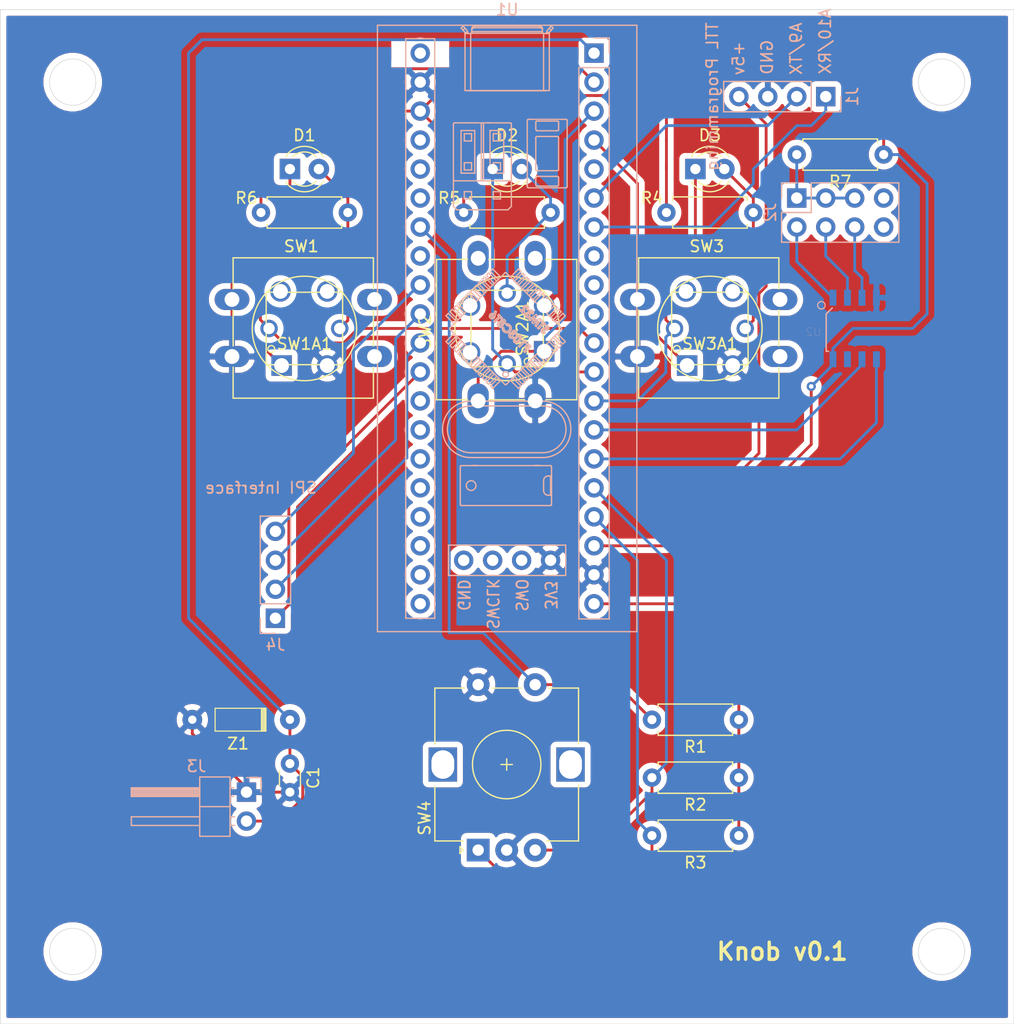
<source format=kicad_pcb>
(kicad_pcb (version 20171130) (host pcbnew "(5.1.9)-1")
  (layers (0 F.Cu signal) (31 B.Cu signal) (34 B.Paste user) (35 F.Paste user) (36 B.SilkS user) (37 F.SilkS user) (38 B.Mask user) (39 F.Mask user hide) (44 Edge.Cuts user))
  (net 0 "")
  (net 1 GND)
  (net 2 "Net-(C1-Pad1)")
  (net 3 D1R6)
  (net 4 "Net-(D1-Pad1)")
  (net 5 D2R5)
  (net 6 "Net-(D2-Pad1)")
  (net 7 D3R4)
  (net 8 "Net-(D3-Pad1)")
  (net 9 +5V)
  (net 10 PRG_TX)
  (net 11 PRG_RX)
  (net 12 "Net-(J2-Pad6)")
  (net 13 "Net-(J2-Pad1)")
  (net 14 "Net-(J2-Pad4)")
  (net 15 "Net-(J2-Pad2)")
  (net 16 "Net-(J4-Pad4)")
  (net 17 "Net-(J4-Pad3)")
  (net 18 "Net-(J4-Pad2)")
  (net 19 "Net-(J4-Pad1)")
  (net 20 ENC_SW)
  (net 21 +3V3)
  (net 22 "Net-(R2-Pad2)")
  (net 23 "Net-(R3-Pad2)")
  (net 24 "Net-(SW1-Pad1)")
  (net 25 "Net-(SW2-Pad1)")
  (net 26 "Net-(SW3-Pad1)")
  (net 27 "Net-(U1-Pad21)")
  (net 28 "Net-(U1-Pad22)")
  (net 29 "Net-(U1-Pad23)")
  (net 30 "Net-(U1-Pad24)")
  (net 31 "Net-(U1-Pad25)")
  (net 32 "Net-(U1-Pad15)")
  (net 33 "Net-(U1-Pad26)")
  (net 34 "Net-(U1-Pad14)")
  (net 35 "Net-(U1-Pad27)")
  (net 36 "Net-(U1-Pad28)")
  (net 37 "Net-(U1-Pad10)")
  (net 38 "Net-(U1-Pad9)")
  (net 39 "Net-(U1-Pad8)")
  (net 40 "Net-(U1-Pad33)")
  (net 41 "Net-(U1-Pad35)")
  (net 42 "Net-(U1-Pad5)")
  (net 43 "Net-(U1-Pad36)")
  (net 44 "Net-(U1-Pad37)")
  (net 45 "Net-(U1-Pad42)")
  (net 46 "Net-(U1-Pad43)")
  (net 47 "Net-(U2-Pad7)")
  (net 48 "Net-(SW1A1-Pad2)")
  (net 49 "Net-(SW1A1-Pad4)")
  (net 50 "Net-(SW2A1-Pad2)")
  (net 51 "Net-(SW2A1-Pad4)")
  (net 52 "Net-(SW3A1-Pad2)")
  (net 53 "Net-(SW3A1-Pad4)")
  (net 54 "Net-(SW1-Pad3)")
  (net 55 "Net-(SW1-Pad4)")
  (net 56 "Net-(SW2-Pad4)")
  (net 57 "Net-(SW2-Pad3)")
  (net 58 "Net-(SW3-Pad3)")
  (net 59 "Net-(SW3-Pad4)")
  (module Connector_PinHeader_2.54mm:PinHeader_1x04_P2.54mm_Vertical (layer B.Cu) (at 132.08 50.8 90)
    (fp_text reference J1 (at 0 2.33 90) (layer B.SilkS) (effects (justify mirror)))
    (fp_text value "TTL Programming" (at 0 -9.95 90) (layer B.SilkS) (effects (justify mirror)))
    (fp_text user +5v (at 3.35 -7.65 90) (layer B.SilkS) (effects (justify mirror)))
    (fp_text user GND (at 3.45 -5.15 90) (layer B.SilkS) (effects (justify mirror)))
    (fp_text user A9/TX (at 4.2 -2.6 90) (layer B.SilkS) (effects (justify mirror)))
    (fp_text user A10/RX (at 4.85 -0.05 90) (layer B.SilkS) (effects (justify mirror)))
    (pad 4 thru_hole oval (at 0 -7.62 90) (size 1.7 1.7) (drill 1) (layers *.Cu *.Mask) (net 9 +5V))
    (pad 3 thru_hole oval (at 0 -5.08 90) (size 1.7 1.7) (drill 1) (layers *.Cu *.Mask) (net 1 GND))
    (pad 2 thru_hole oval (at 0 -2.54 90) (size 1.7 1.7) (drill 1) (layers *.Cu *.Mask) (net 10 PRG_TX))
    (pad 1 thru_hole rect (at 0 0 90) (size 1.7 1.7) (drill 1) (layers *.Cu *.Mask) (net 11 PRG_RX))
  )
  (module Resistor_THT:R_Axial_DIN0207_L6.3mm_D2.5mm_P7.62mm_Horizontal (layer F.Cu) (at 137.16 55.88 180)
    (fp_text reference R7 (at 3.81 -2.37) (layer F.SilkS))
    (fp_text value 2K)
    (pad 2 thru_hole oval (at 7.62 0 180) (size 1.6 1.6) (drill 0.8) (layers *.Cu *.Mask) (net 13 "Net-(J2-Pad1)"))
    (pad 1 thru_hole circle (at 0 0 180) (size 1.6 1.6) (drill 0.8) (layers *.Cu *.Mask) (net 21 +3V3))
  )
  (module mine:TL6215V (layer F.Cu) (at 121.92 71.12)
    (fp_text reference SW3A1 (at 0 1.35) (layer F.SilkS))
    (fp_text value SW_Push_LED_TL6215)
    (pad 3 thru_hole circle (at 2 3.25) (size 1.8 1.8) (drill 1.3) (layers *.Cu *.Mask) (net 1 GND))
    (pad 1 thru_hole rect (at -2 3.25) (size 1.8 1.8) (drill 1.3) (layers *.Cu *.Mask) (net 26 "Net-(SW3-Pad1)"))
    (pad 2 thru_hole circle (at -2.1 -3.25) (size 1.8 1.8) (drill 1.3) (layers *.Cu *.Mask) (net 52 "Net-(SW3A1-Pad2)"))
    (pad 4 thru_hole circle (at 2 -3.25) (size 1.8 1.8) (drill 1.3) (layers *.Cu *.Mask) (net 53 "Net-(SW3A1-Pad4)"))
    (pad 5 thru_hole circle (at -3.1 0) (size 1.524 1.524) (drill 1) (layers *.Cu *.Mask) (net 8 "Net-(D3-Pad1)"))
    (pad 6 thru_hole circle (at 3.1 0) (size 1.524 1.524) (drill 1) (layers *.Cu *.Mask) (net 7 D3R4))
  )
  (module mine:TL6215V (layer F.Cu) (at 104.14 71.12 90)
    (fp_text reference SW2A1 (at 0 1.35 90) (layer F.SilkS))
    (fp_text value SW_Push_LED_TL6215)
    (pad 3 thru_hole circle (at 2 3.25 90) (size 1.8 1.8) (drill 1.3) (layers *.Cu *.Mask) (net 1 GND))
    (pad 1 thru_hole rect (at -2 3.25 90) (size 1.8 1.8) (drill 1.3) (layers *.Cu *.Mask) (net 25 "Net-(SW2-Pad1)"))
    (pad 2 thru_hole circle (at -2.1 -3.25 90) (size 1.8 1.8) (drill 1.3) (layers *.Cu *.Mask) (net 50 "Net-(SW2A1-Pad2)"))
    (pad 4 thru_hole circle (at 2 -3.25 90) (size 1.8 1.8) (drill 1.3) (layers *.Cu *.Mask) (net 51 "Net-(SW2A1-Pad4)"))
    (pad 5 thru_hole circle (at -3.1 0 90) (size 1.524 1.524) (drill 1) (layers *.Cu *.Mask) (net 6 "Net-(D2-Pad1)"))
    (pad 6 thru_hole circle (at 3.1 0 90) (size 1.524 1.524) (drill 1) (layers *.Cu *.Mask) (net 5 D2R5))
  )
  (module mine:TL6215V (layer F.Cu) (at 86.36 71.12)
    (fp_text reference SW1A1 (at 0 1.35) (layer F.SilkS))
    (fp_text value SW_Push_LED_TL6215)
    (pad 3 thru_hole circle (at 2 3.25) (size 1.8 1.8) (drill 1.3) (layers *.Cu *.Mask) (net 1 GND))
    (pad 1 thru_hole rect (at -2 3.25) (size 1.8 1.8) (drill 1.3) (layers *.Cu *.Mask) (net 24 "Net-(SW1-Pad1)"))
    (pad 2 thru_hole circle (at -2.1 -3.25) (size 1.8 1.8) (drill 1.3) (layers *.Cu *.Mask) (net 48 "Net-(SW1A1-Pad2)"))
    (pad 4 thru_hole circle (at 2 -3.25) (size 1.8 1.8) (drill 1.3) (layers *.Cu *.Mask) (net 49 "Net-(SW1A1-Pad4)"))
    (pad 5 thru_hole circle (at -3.1 0) (size 1.524 1.524) (drill 1) (layers *.Cu *.Mask) (net 4 "Net-(D1-Pad1)"))
    (pad 6 thru_hole circle (at 3.1 0) (size 1.524 1.524) (drill 1) (layers *.Cu *.Mask) (net 3 D1R6))
  )
  (module digikey-footprints:DO-35 (layer F.Cu) (at 85.09 105.41 180)
    (fp_text reference Z1 (at 4.55 -2.1) (layer F.SilkS))
    (fp_text value 1N5231BTR)
    (pad A thru_hole circle (at 8.56 0 180) (size 1.733 1.733) (drill 0.733) (layers *.Cu *.Mask) (net 1 GND))
    (pad K thru_hole circle (at 0 0 180) (size 1.733 1.733) (drill 0.733) (layers *.Cu *.Mask) (net 2 "Net-(C1-Pad1)"))
  )
  (module SnapEDA:SOIC8-1.27-5X4MM (layer B.Cu) (at 134.62 71.12)
    (fp_text reference U2 (at -3.621563 0.317685 -180) (layer B.SilkS) (effects (font (size 0.700398 0.700398) (thickness 0.015)) (justify mirror)))
    (fp_text value CAT24C256)
    (pad 8 smd rect (at -1.905 2.7) (size 0.6 1.4) (layers B.Cu B.Paste B.Mask) (net 21 +3V3))
    (pad 7 smd rect (at -0.635 2.7) (size 0.6 1.4) (layers B.Cu B.Paste B.Mask) (net 47 "Net-(U2-Pad7)"))
    (pad 6 smd rect (at 0.635 2.7) (size 0.6 1.4) (layers B.Cu B.Paste B.Mask) (net 34 "Net-(U1-Pad14)"))
    (pad 5 smd rect (at 1.905 2.7) (size 0.6 1.4) (layers B.Cu B.Paste B.Mask) (net 32 "Net-(U1-Pad15)"))
    (pad 4 smd rect (at 1.905 -2.7) (size 0.6 1.4) (layers B.Cu B.Paste B.Mask) (net 1 GND))
    (pad 3 smd rect (at 0.635 -2.7) (size 0.6 1.4) (layers B.Cu B.Paste B.Mask) (net 12 "Net-(J2-Pad6)"))
    (pad 2 smd rect (at -0.635 -2.7) (size 0.6 1.4) (layers B.Cu B.Paste B.Mask) (net 14 "Net-(J2-Pad4)"))
    (pad 1 smd rect (at -1.905 -2.7) (size 0.6 1.4) (layers B.Cu B.Paste B.Mask) (net 15 "Net-(J2-Pad2)"))
  )
  (module Footprints:YAAJ_BluePill_SWD_1 (layer B.Cu) (at 111.76 46.99 180)
    (fp_text reference U1 (at 7.62 3.81 180) (layer B.SilkS) (effects (justify mirror)))
    (fp_text value YAAJ_BluePill_SWD_Breakout hide)
    (fp_text user GND (at 11.43 -47.498 -90 unlocked) (layer B.SilkS) (effects (font (size 1 0.9)) (justify mirror)))
    (fp_text user SWCLK (at 8.89 -48.26 -90 unlocked) (layer B.SilkS) (effects (font (size 1 0.9)) (justify mirror)))
    (fp_text user SWO (at 6.35 -47.498 -90 unlocked) (layer B.SilkS) (effects (font (size 1 0.9)) (justify mirror)))
    (fp_text user 3V3 (at 3.81 -47.498 -90 unlocked) (layer B.SilkS) (effects (font (size 1 0.9)) (justify mirror)))
    (pad 20 thru_hole circle (at 0 -48.26 180) (size 1.7 1.7) (drill 1) (layers *.Cu *.Mask) (net 21 +3V3))
    (pad 21 thru_hole circle (at 15.24 -48.26 180) (size 1.7 1.7) (drill 1) (layers *.Cu *.Mask) (net 27 "Net-(U1-Pad21)"))
    (pad 19 thru_hole circle (at 0 -45.72 180) (size 1.7 1.7) (drill 1) (layers *.Cu *.Mask) (net 1 GND))
    (pad 22 thru_hole circle (at 15.24 -45.72 180) (size 1.7 1.7) (drill 1) (layers *.Cu *.Mask) (net 28 "Net-(U1-Pad22)"))
    (pad 18 thru_hole circle (at 0 -43.18 180) (size 1.7 1.7) (drill 1) (layers *.Cu *.Mask) (net 9 +5V))
    (pad 23 thru_hole circle (at 15.24 -43.18 180) (size 1.7 1.7) (drill 1) (layers *.Cu *.Mask) (net 29 "Net-(U1-Pad23)"))
    (pad 17 thru_hole circle (at 0 -40.64 180) (size 1.7 1.7) (drill 1) (layers *.Cu *.Mask) (net 23 "Net-(R3-Pad2)"))
    (pad 24 thru_hole circle (at 15.24 -40.64 180) (size 1.7 1.7) (drill 1) (layers *.Cu *.Mask) (net 30 "Net-(U1-Pad24)"))
    (pad 16 thru_hole circle (at 0 -38.1 180) (size 1.7 1.7) (drill 1) (layers *.Cu *.Mask) (net 22 "Net-(R2-Pad2)"))
    (pad 25 thru_hole circle (at 15.24 -38.1 180) (size 1.7 1.7) (drill 1) (layers *.Cu *.Mask) (net 31 "Net-(U1-Pad25)"))
    (pad 15 thru_hole circle (at 0 -35.56 180) (size 1.7 1.7) (drill 1) (layers *.Cu *.Mask) (net 32 "Net-(U1-Pad15)"))
    (pad 26 thru_hole circle (at 15.24 -35.56 180) (size 1.7 1.7) (drill 1) (layers *.Cu *.Mask) (net 33 "Net-(U1-Pad26)"))
    (pad 14 thru_hole circle (at 0 -33.02 180) (size 1.7 1.7) (drill 1) (layers *.Cu *.Mask) (net 34 "Net-(U1-Pad14)"))
    (pad 27 thru_hole circle (at 15.24 -33.02 180) (size 1.7 1.7) (drill 1) (layers *.Cu *.Mask) (net 35 "Net-(U1-Pad27)"))
    (pad 13 thru_hole circle (at 0 -30.48 180) (size 1.7 1.7) (drill 1) (layers *.Cu *.Mask) (net 8 "Net-(D3-Pad1)"))
    (pad 28 thru_hole circle (at 15.24 -30.48 180) (size 1.7 1.7) (drill 1) (layers *.Cu *.Mask) (net 36 "Net-(U1-Pad28)"))
    (pad 12 thru_hole circle (at 0 -27.94 180) (size 1.7 1.7) (drill 1) (layers *.Cu *.Mask) (net 6 "Net-(D2-Pad1)"))
    (pad 29 thru_hole circle (at 15.24 -27.94 180) (size 1.7 1.7) (drill 1) (layers *.Cu *.Mask) (net 19 "Net-(J4-Pad1)"))
    (pad 11 thru_hole circle (at 0 -25.4 180) (size 1.7 1.7) (drill 1) (layers *.Cu *.Mask) (net 4 "Net-(D1-Pad1)"))
    (pad 30 thru_hole circle (at 15.24 -25.4 180) (size 1.7 1.7) (drill 1) (layers *.Cu *.Mask) (net 18 "Net-(J4-Pad2)"))
    (pad 10 thru_hole circle (at 0 -22.86 180) (size 1.7 1.7) (drill 1) (layers *.Cu *.Mask) (net 37 "Net-(U1-Pad10)"))
    (pad 31 thru_hole circle (at 15.24 -22.86 180) (size 1.7 1.7) (drill 1) (layers *.Cu *.Mask) (net 17 "Net-(J4-Pad3)"))
    (pad 9 thru_hole circle (at 0 -20.32 180) (size 1.7 1.7) (drill 1) (layers *.Cu *.Mask) (net 38 "Net-(U1-Pad9)"))
    (pad 32 thru_hole circle (at 15.24 -20.32 180) (size 1.7 1.7) (drill 1) (layers *.Cu *.Mask) (net 16 "Net-(J4-Pad4)"))
    (pad 8 thru_hole circle (at 0 -17.78 180) (size 1.7 1.7) (drill 1) (layers *.Cu *.Mask) (net 39 "Net-(U1-Pad8)"))
    (pad 33 thru_hole circle (at 15.24 -17.78 180) (size 1.7 1.7) (drill 1) (layers *.Cu *.Mask) (net 40 "Net-(U1-Pad33)"))
    (pad 7 thru_hole circle (at 0 -15.24 180) (size 1.7 1.7) (drill 1) (layers *.Cu *.Mask) (net 11 PRG_RX))
    (pad 34 thru_hole circle (at 15.24 -15.24 180) (size 1.7 1.7) (drill 1) (layers *.Cu *.Mask) (net 20 ENC_SW))
    (pad 6 thru_hole circle (at 0 -12.7 180) (size 1.7 1.7) (drill 1) (layers *.Cu *.Mask) (net 10 PRG_TX))
    (pad 35 thru_hole circle (at 15.24 -12.7 180) (size 1.7 1.7) (drill 1) (layers *.Cu *.Mask) (net 41 "Net-(U1-Pad35)"))
    (pad 5 thru_hole circle (at 0 -10.16 180) (size 1.7 1.7) (drill 1) (layers *.Cu *.Mask) (net 42 "Net-(U1-Pad5)"))
    (pad 36 thru_hole circle (at 15.24 -10.16 180) (size 1.7 1.7) (drill 1) (layers *.Cu *.Mask) (net 43 "Net-(U1-Pad36)"))
    (pad 4 thru_hole circle (at 0 -7.62 180) (size 1.7 1.7) (drill 1) (layers *.Cu *.Mask) (net 26 "Net-(SW3-Pad1)"))
    (pad 37 thru_hole circle (at 15.24 -7.62 180) (size 1.7 1.7) (drill 1) (layers *.Cu *.Mask) (net 44 "Net-(U1-Pad37)"))
    (pad 3 thru_hole circle (at 0 -5.08 180) (size 1.7 1.7) (drill 1) (layers *.Cu *.Mask) (net 25 "Net-(SW2-Pad1)"))
    (pad 38 thru_hole circle (at 15.24 -5.08 180) (size 1.7 1.7) (drill 1) (layers *.Cu *.Mask) (net 21 +3V3))
    (pad 2 thru_hole circle (at 0 -2.54 180) (size 1.7 1.7) (drill 1) (layers *.Cu *.Mask) (net 24 "Net-(SW1-Pad1)"))
    (pad 39 thru_hole circle (at 15.24 -2.54 180) (size 1.7 1.7) (drill 1) (layers *.Cu *.Mask) (net 1 GND))
    (pad 1 thru_hole rect (at 0 0 180) (size 1.7 1.7) (drill 1) (layers *.Cu *.Mask) (net 2 "Net-(C1-Pad1)"))
    (pad 40 thru_hole circle (at 15.24 0 180) (size 1.7 1.7) (drill 1) (layers *.Cu *.Mask) (net 1 GND))
    (pad 41 thru_hole circle (at 11.43 -44.45 180) (size 1.7 1.7) (drill 1) (layers *.Cu *.Mask))
    (pad 42 thru_hole circle (at 8.89 -44.45 180) (size 1.7 1.7) (drill 1) (layers *.Cu *.Mask) (net 45 "Net-(U1-Pad42)"))
    (pad 43 thru_hole circle (at 6.35 -44.45 180) (size 1.7 1.7) (drill 1) (layers *.Cu *.Mask) (net 46 "Net-(U1-Pad43)"))
    (pad 44 thru_hole circle (at 3.81 -44.45 180) (size 1.7 1.7) (drill 1) (layers *.Cu *.Mask) (net 1 GND))
  )
  (module Rotary_Encoder:RotaryEncoder_Alps_EC12E-Switch_Vertical_H20mm (layer F.Cu) (at 101.6 116.84 90)
    (fp_text reference SW4 (at 2.8 -4.7 90) (layer F.SilkS))
    (fp_text value Rotary_Encoder_Switch)
    (pad A thru_hole rect (at 0 0 90) (size 2 2) (drill 1) (layers *.Cu *.Mask) (net 23 "Net-(R3-Pad2)"))
    (pad C thru_hole circle (at 0 2.5 90) (size 2 2) (drill 1) (layers *.Cu *.Mask) (net 1 GND))
    (pad B thru_hole circle (at 0 5 90) (size 2 2) (drill 1) (layers *.Cu *.Mask) (net 22 "Net-(R2-Pad2)"))
    (pad MP thru_hole rect (at 7.5 -3.1 90) (size 3 2.5) (drill oval 2.5 2) (layers *.Cu *.Mask))
    (pad MP thru_hole rect (at 7.5 8.1 90) (size 3 2.5) (drill oval 2.5 2) (layers *.Cu *.Mask))
    (pad S1 thru_hole circle (at 14.5 0 90) (size 2 2) (drill 1) (layers *.Cu *.Mask) (net 1 GND))
    (pad S2 thru_hole circle (at 14.5 5 90) (size 2 2) (drill 1) (layers *.Cu *.Mask) (net 20 ENC_SW))
  )
  (module Connector_PinHeader_2.54mm:PinHeader_1x04_P2.54mm_Vertical (layer B.Cu) (at 83.82 96.52)
    (fp_text reference J4 (at 0 2.33) (layer B.SilkS) (effects (justify mirror)))
    (fp_text value "SPI Interface" (at -1.27 -11.43) (layer B.SilkS) (effects (justify mirror)))
    (pad 4 thru_hole oval (at 0 -7.62) (size 1.7 1.7) (drill 1) (layers *.Cu *.Mask) (net 16 "Net-(J4-Pad4)"))
    (pad 3 thru_hole oval (at 0 -5.08) (size 1.7 1.7) (drill 1) (layers *.Cu *.Mask) (net 17 "Net-(J4-Pad3)"))
    (pad 2 thru_hole oval (at 0 -2.54) (size 1.7 1.7) (drill 1) (layers *.Cu *.Mask) (net 18 "Net-(J4-Pad2)"))
    (pad 1 thru_hole rect (at 0 0) (size 1.7 1.7) (drill 1) (layers *.Cu *.Mask) (net 19 "Net-(J4-Pad1)"))
  )
  (module Connector_PinHeader_2.54mm:PinHeader_1x02_P2.54mm_Horizontal (layer B.Cu) (at 81.28 111.76 180)
    (fp_text reference J3 (at 4.385 2.27) (layer B.SilkS) (effects (justify mirror)))
    (fp_text value PTT)
    (pad 2 thru_hole oval (at 0 -2.54 180) (size 1.7 1.7) (drill 1) (layers *.Cu *.Mask) (net 2 "Net-(C1-Pad1)"))
    (pad 1 thru_hole rect (at 0 0 180) (size 1.7 1.7) (drill 1) (layers *.Cu *.Mask) (net 1 GND))
  )
  (module Connector_PinHeader_2.54mm:PinHeader_2x04_P2.54mm_Vertical (layer B.Cu) (at 129.54 59.69 270)
    (fp_text reference J2 (at 1.27 2.33 270) (layer B.SilkS) (effects (justify mirror)))
    (fp_text value i2c_addr)
    (pad 8 thru_hole oval (at 2.54 -7.62 270) (size 1.7 1.7) (drill 1) (layers *.Cu *.Mask))
    (pad 7 thru_hole oval (at 0 -7.62 270) (size 1.7 1.7) (drill 1) (layers *.Cu *.Mask))
    (pad 6 thru_hole oval (at 2.54 -5.08 270) (size 1.7 1.7) (drill 1) (layers *.Cu *.Mask) (net 12 "Net-(J2-Pad6)"))
    (pad 5 thru_hole oval (at 0 -5.08 270) (size 1.7 1.7) (drill 1) (layers *.Cu *.Mask) (net 13 "Net-(J2-Pad1)"))
    (pad 4 thru_hole oval (at 2.54 -2.54 270) (size 1.7 1.7) (drill 1) (layers *.Cu *.Mask) (net 14 "Net-(J2-Pad4)"))
    (pad 3 thru_hole oval (at 0 -2.54 270) (size 1.7 1.7) (drill 1) (layers *.Cu *.Mask) (net 13 "Net-(J2-Pad1)"))
    (pad 2 thru_hole oval (at 2.54 0 270) (size 1.7 1.7) (drill 1) (layers *.Cu *.Mask) (net 15 "Net-(J2-Pad2)"))
    (pad 1 thru_hole rect (at 0 0 270) (size 1.7 1.7) (drill 1) (layers *.Cu *.Mask) (net 13 "Net-(J2-Pad1)"))
  )
  (module LED_THT:LED_D3.0mm (layer F.Cu) (at 120.65 57.15)
    (fp_text reference D3 (at 1.27 -2.96) (layer F.SilkS))
    (fp_text value LED)
    (pad 2 thru_hole circle (at 2.54 0) (size 1.8 1.8) (drill 0.9) (layers *.Cu *.Mask) (net 7 D3R4))
    (pad 1 thru_hole rect (at 0 0) (size 1.8 1.8) (drill 0.9) (layers *.Cu *.Mask) (net 8 "Net-(D3-Pad1)"))
  )
  (module LED_THT:LED_D3.0mm (layer F.Cu) (at 102.87 57.15)
    (fp_text reference D2 (at 1.27 -2.96) (layer F.SilkS))
    (fp_text value LED)
    (pad 2 thru_hole circle (at 2.54 0) (size 1.8 1.8) (drill 0.9) (layers *.Cu *.Mask) (net 5 D2R5))
    (pad 1 thru_hole rect (at 0 0) (size 1.8 1.8) (drill 0.9) (layers *.Cu *.Mask) (net 6 "Net-(D2-Pad1)"))
  )
  (module LED_THT:LED_D3.0mm (layer F.Cu) (at 85.09 57.15)
    (fp_text reference D1 (at 1.27 -2.96) (layer F.SilkS))
    (fp_text value LED)
    (pad 2 thru_hole circle (at 2.54 0) (size 1.8 1.8) (drill 0.9) (layers *.Cu *.Mask) (net 3 D1R6))
    (pad 1 thru_hole rect (at 0 0) (size 1.8 1.8) (drill 0.9) (layers *.Cu *.Mask) (net 4 "Net-(D1-Pad1)"))
  )
  (module Capacitor_THT:C_Disc_D3.0mm_W1.6mm_P2.50mm (layer F.Cu) (at 85.09 109.26 270)
    (fp_text reference C1 (at 1.25 -2.05 90) (layer F.SilkS))
    (fp_text value .01)
    (pad 2 thru_hole circle (at 2.5 0 270) (size 1.6 1.6) (drill 0.8) (layers *.Cu *.Mask) (net 1 GND))
    (pad 1 thru_hole circle (at 0 0 270) (size 1.6 1.6) (drill 0.8) (layers *.Cu *.Mask) (net 2 "Net-(C1-Pad1)"))
  )
  (module Resistor_THT:R_Axial_DIN0207_L6.3mm_D2.5mm_P7.62mm_Horizontal (layer F.Cu) (at 124.46 105.41 180)
    (fp_text reference R1 (at 3.81 -2.37) (layer F.SilkS))
    (fp_text value 10K)
    (pad 2 thru_hole oval (at 7.62 0 180) (size 1.6 1.6) (drill 0.8) (layers *.Cu *.Mask) (net 20 ENC_SW))
    (pad 1 thru_hole circle (at 0 0 180) (size 1.6 1.6) (drill 0.8) (layers *.Cu *.Mask) (net 21 +3V3))
  )
  (module Resistor_THT:R_Axial_DIN0207_L6.3mm_D2.5mm_P7.62mm_Horizontal (layer F.Cu) (at 124.46 110.49 180)
    (fp_text reference R2 (at 3.81 -2.37) (layer F.SilkS))
    (fp_text value 10K)
    (pad 2 thru_hole oval (at 7.62 0 180) (size 1.6 1.6) (drill 0.8) (layers *.Cu *.Mask) (net 22 "Net-(R2-Pad2)"))
    (pad 1 thru_hole circle (at 0 0 180) (size 1.6 1.6) (drill 0.8) (layers *.Cu *.Mask) (net 21 +3V3))
  )
  (module Resistor_THT:R_Axial_DIN0207_L6.3mm_D2.5mm_P7.62mm_Horizontal (layer F.Cu) (at 124.46 115.57 180)
    (fp_text reference R3 (at 3.81 -2.37) (layer F.SilkS))
    (fp_text value 10K)
    (pad 1 thru_hole circle (at 0 0 180) (size 1.6 1.6) (drill 0.8) (layers *.Cu *.Mask) (net 21 +3V3))
    (pad 2 thru_hole oval (at 7.62 0 180) (size 1.6 1.6) (drill 0.8) (layers *.Cu *.Mask) (net 23 "Net-(R3-Pad2)"))
  )
  (module Resistor_THT:R_Axial_DIN0207_L6.3mm_D2.5mm_P7.62mm_Horizontal (layer F.Cu) (at 118.11 60.96)
    (fp_text reference R4 (at -1.27 -1.27) (layer F.SilkS))
    (fp_text value 2K)
    (pad 1 thru_hole circle (at 0 0) (size 1.6 1.6) (drill 0.8) (layers *.Cu *.Mask) (net 21 +3V3))
    (pad 2 thru_hole oval (at 7.62 0) (size 1.6 1.6) (drill 0.8) (layers *.Cu *.Mask) (net 7 D3R4))
  )
  (module Resistor_THT:R_Axial_DIN0207_L6.3mm_D2.5mm_P7.62mm_Horizontal (layer F.Cu) (at 100.33 60.96)
    (fp_text reference R5 (at -1.27 -1.27) (layer F.SilkS))
    (fp_text value 2K)
    (pad 1 thru_hole circle (at 0 0) (size 1.6 1.6) (drill 0.8) (layers *.Cu *.Mask) (net 21 +3V3))
    (pad 2 thru_hole oval (at 7.62 0) (size 1.6 1.6) (drill 0.8) (layers *.Cu *.Mask) (net 5 D2R5))
  )
  (module Resistor_THT:R_Axial_DIN0207_L6.3mm_D2.5mm_P7.62mm_Horizontal (layer F.Cu) (at 82.55 60.96)
    (fp_text reference R6 (at -1.27 -1.27) (layer F.SilkS))
    (fp_text value 2K)
    (pad 1 thru_hole circle (at 0 0) (size 1.6 1.6) (drill 0.8) (layers *.Cu *.Mask) (net 21 +3V3))
    (pad 2 thru_hole oval (at 7.62 0) (size 1.6 1.6) (drill 0.8) (layers *.Cu *.Mask) (net 3 D1R6))
  )
  (module mine:SW_PUSH-12mm-corrected (layer F.Cu) (at 80.01 68.58)
    (fp_text reference SW1 (at 6.08 -4.66) (layer F.SilkS))
    (fp_text value PB)
    (pad 3 thru_hole oval (at 12.5 0) (size 3.048 1.85) (drill 1.3) (layers *.Cu *.Mask) (net 54 "Net-(SW1-Pad3)"))
    (pad 4 thru_hole oval (at 12.5 5) (size 3.048 1.85) (drill 1.3) (layers *.Cu *.Mask) (net 55 "Net-(SW1-Pad4)"))
    (pad 1 thru_hole oval (at 0 0) (size 3.048 1.85) (drill 1.3) (layers *.Cu *.Mask) (net 24 "Net-(SW1-Pad1)"))
    (pad 2 thru_hole oval (at 0 5) (size 3.048 1.85) (drill 1.3) (layers *.Cu *.Mask) (net 1 GND))
  )
  (module mine:SW_PUSH-12mm-corrected (layer F.Cu) (at 101.6 77.47 90)
    (fp_text reference SW2 (at 6.08 -4.66 90) (layer F.SilkS))
    (fp_text value PB)
    (pad 2 thru_hole oval (at 0 5 90) (size 3.048 1.85) (drill 1.3) (layers *.Cu *.Mask) (net 1 GND))
    (pad 1 thru_hole oval (at 0 0 90) (size 3.048 1.85) (drill 1.3) (layers *.Cu *.Mask) (net 25 "Net-(SW2-Pad1)"))
    (pad 4 thru_hole oval (at 12.5 5 90) (size 3.048 1.85) (drill 1.3) (layers *.Cu *.Mask) (net 56 "Net-(SW2-Pad4)"))
    (pad 3 thru_hole oval (at 12.5 0 90) (size 3.048 1.85) (drill 1.3) (layers *.Cu *.Mask) (net 57 "Net-(SW2-Pad3)"))
  )
  (module mine:SW_PUSH-12mm-corrected (layer F.Cu) (at 115.57 68.58)
    (fp_text reference SW3 (at 6.08 -4.66) (layer F.SilkS))
    (fp_text value PB)
    (pad 3 thru_hole oval (at 12.5 0) (size 3.048 1.85) (drill 1.3) (layers *.Cu *.Mask) (net 58 "Net-(SW3-Pad3)"))
    (pad 4 thru_hole oval (at 12.5 5) (size 3.048 1.85) (drill 1.3) (layers *.Cu *.Mask) (net 59 "Net-(SW3-Pad4)"))
    (pad 1 thru_hole oval (at 0 0) (size 3.048 1.85) (drill 1.3) (layers *.Cu *.Mask) (net 26 "Net-(SW3-Pad1)"))
    (pad 2 thru_hole oval (at 0 5) (size 3.048 1.85) (drill 1.3) (layers *.Cu *.Mask) (net 1 GND))
  )
  (gr_text "Knob v0.1" (at 128.27 125.73) (layer F.SilkS) (effects (font (size 1.5 1.5) (thickness 0.3))))
  (gr_circle (center 142.24 125.73) (end 144.272 125.73) (layer Edge.Cuts) (width 0.05))
  (gr_circle (center 66.04 125.73) (end 68.072 125.73) (layer Edge.Cuts) (width 0.05))
  (gr_circle (center 142.24 49.53) (end 144.272 49.53) (layer Edge.Cuts) (width 0.05))
  (gr_circle (center 66.04 49.53) (end 68.072 49.53) (layer Edge.Cuts) (width 0.05))
  (gr_line (start 59.69 132.08) (end 59.69 43.18) (layer Edge.Cuts) (width 0.05))
  (gr_line (start 148.59 132.08) (end 59.69 132.08) (layer Edge.Cuts) (width 0.05))
  (gr_line (start 148.59 43.18) (end 148.59 132.08) (layer Edge.Cuts) (width 0.05))
  (gr_line (start 59.69 43.18) (end 148.59 43.18) (layer Edge.Cuts) (width 0.05))
  (segment (start 81.28 111.385416) (end 81.28 111.76) (width 0.25) (layer F.Cu) (net 1))
  (segment (start 76.53 106.635416) (end 81.28 111.385416) (width 0.25) (layer F.Cu) (net 1))
  (segment (start 76.53 105.41) (end 76.53 106.635416) (width 0.25) (layer F.Cu) (net 1))
  (segment (start 81.28 111.76) (end 85.09 111.76) (width 0.25) (layer F.Cu) (net 1))
  (segment (start 85.05 109.22) (end 85.09 109.26) (width 0.25) (layer F.Cu) (net 2))
  (segment (start 85.09 109.26) (end 85.09 105.41) (width 0.25) (layer F.Cu) (net 2))
  (segment (start 110.584999 45.814999) (end 77.375001 45.814999) (width 0.25) (layer B.Cu) (net 2))
  (segment (start 111.76 46.99) (end 110.584999 45.814999) (width 0.25) (layer B.Cu) (net 2))
  (segment (start 77.375001 45.814999) (end 76.2 46.99) (width 0.25) (layer B.Cu) (net 2))
  (segment (start 76.2 96.52) (end 85.09 105.41) (width 0.25) (layer B.Cu) (net 2))
  (segment (start 76.2 46.99) (end 76.2 96.52) (width 0.25) (layer B.Cu) (net 2))
  (segment (start 84.215002 114.3) (end 81.28 114.3) (width 0.25) (layer F.Cu) (net 2))
  (segment (start 86.215001 112.300001) (end 84.215002 114.3) (width 0.25) (layer F.Cu) (net 2))
  (segment (start 86.215001 110.385001) (end 86.215001 112.300001) (width 0.25) (layer F.Cu) (net 2))
  (segment (start 85.09 109.26) (end 86.215001 110.385001) (width 0.25) (layer F.Cu) (net 2))
  (segment (start 90.17 59.69) (end 90.17 60.96) (width 0.25) (layer F.Cu) (net 3))
  (segment (start 87.63 57.15) (end 90.17 59.69) (width 0.25) (layer F.Cu) (net 3))
  (segment (start 90.17 70.41) (end 89.46 71.12) (width 0.25) (layer F.Cu) (net 3))
  (segment (start 90.17 60.96) (end 90.17 70.41) (width 0.25) (layer F.Cu) (net 3))
  (segment (start 82.498001 70.358001) (end 82.498001 66.091999) (width 0.25) (layer F.Cu) (net 4))
  (segment (start 83.26 71.12) (end 82.498001 70.358001) (width 0.25) (layer F.Cu) (net 4))
  (segment (start 85.09 63.5) (end 85.09 57.15) (width 0.25) (layer F.Cu) (net 4))
  (segment (start 82.498001 66.091999) (end 85.09 63.5) (width 0.25) (layer F.Cu) (net 4))
  (segment (start 84.53 72.39) (end 83.26 71.12) (width 0.25) (layer F.Cu) (net 4))
  (segment (start 89.798762 72.39) (end 84.53 72.39) (width 0.25) (layer F.Cu) (net 4))
  (segment (start 91.068762 71.12) (end 89.798762 72.39) (width 0.25) (layer F.Cu) (net 4))
  (segment (start 110.49 71.12) (end 91.068762 71.12) (width 0.25) (layer F.Cu) (net 4))
  (segment (start 111.76 72.39) (end 110.49 71.12) (width 0.25) (layer F.Cu) (net 4))
  (segment (start 107.95 59.69) (end 107.95 60.96) (width 0.25) (layer B.Cu) (net 5))
  (segment (start 105.41 57.15) (end 107.95 59.69) (width 0.25) (layer B.Cu) (net 5))
  (segment (start 104.14 64.77) (end 104.14 68.02) (width 0.25) (layer B.Cu) (net 5))
  (segment (start 107.95 60.96) (end 104.14 64.77) (width 0.25) (layer B.Cu) (net 5))
  (segment (start 104.85 74.93) (end 104.14 74.22) (width 0.25) (layer F.Cu) (net 6))
  (segment (start 111.76 74.93) (end 104.85 74.93) (width 0.25) (layer F.Cu) (net 6))
  (segment (start 102.87 72.95) (end 102.87 57.15) (width 0.25) (layer B.Cu) (net 6))
  (segment (start 104.14 74.22) (end 102.87 72.95) (width 0.25) (layer B.Cu) (net 6))
  (segment (start 125.73 70.41) (end 125.73 60.96) (width 0.25) (layer F.Cu) (net 7))
  (segment (start 125.02 71.12) (end 125.73 70.41) (width 0.25) (layer F.Cu) (net 7))
  (segment (start 125.73 59.69) (end 123.19 57.15) (width 0.25) (layer F.Cu) (net 7))
  (segment (start 125.73 60.96) (end 125.73 59.69) (width 0.25) (layer F.Cu) (net 7))
  (segment (start 118.058001 70.358001) (end 118.058001 66.091999) (width 0.25) (layer F.Cu) (net 8))
  (segment (start 118.82 71.12) (end 118.058001 70.358001) (width 0.25) (layer F.Cu) (net 8))
  (segment (start 118.058001 66.091999) (end 120.65 63.5) (width 0.25) (layer F.Cu) (net 8))
  (segment (start 120.65 63.5) (end 120.65 57.15) (width 0.25) (layer F.Cu) (net 8))
  (segment (start 118.058001 71.881999) (end 118.058001 74.981999) (width 0.25) (layer B.Cu) (net 8))
  (segment (start 118.82 71.12) (end 118.058001 71.881999) (width 0.25) (layer B.Cu) (net 8))
  (segment (start 115.57 77.47) (end 111.76 77.47) (width 0.25) (layer B.Cu) (net 8))
  (segment (start 118.058001 74.981999) (end 115.57 77.47) (width 0.25) (layer B.Cu) (net 8))
  (segment (start 126.22099 68.062229) (end 126.22099 82.05901) (width 0.25) (layer F.Cu) (net 9))
  (segment (start 126.855001 67.428218) (end 126.22099 68.062229) (width 0.25) (layer F.Cu) (net 9))
  (segment (start 126.855001 53.195001) (end 126.855001 67.428218) (width 0.25) (layer F.Cu) (net 9))
  (segment (start 124.46 50.8) (end 126.855001 53.195001) (width 0.25) (layer F.Cu) (net 9))
  (segment (start 118.11 90.17) (end 111.76 90.17) (width 0.25) (layer F.Cu) (net 9))
  (segment (start 126.22099 82.05901) (end 118.11 90.17) (width 0.25) (layer F.Cu) (net 9))
  (segment (start 118.11 53.34) (end 127 53.34) (width 0.25) (layer B.Cu) (net 10))
  (segment (start 111.76 59.69) (end 118.11 53.34) (width 0.25) (layer B.Cu) (net 10))
  (segment (start 129.54 50.8) (end 127 53.34) (width 0.25) (layer B.Cu) (net 10))
  (segment (start 111.76 62.23) (end 121.92 62.23) (width 0.25) (layer B.Cu) (net 11))
  (segment (start 132.08 52.07) (end 132.08 50.8) (width 0.25) (layer B.Cu) (net 11))
  (segment (start 132.08 52.07) (end 130.81 53.34) (width 0.25) (layer B.Cu) (net 11))
  (segment (start 130.81 53.34) (end 129.54 53.34) (width 0.25) (layer B.Cu) (net 11))
  (segment (start 129.54 53.34) (end 125.73 57.15) (width 0.25) (layer B.Cu) (net 11))
  (segment (start 125.73 58.42) (end 121.92 62.23) (width 0.25) (layer B.Cu) (net 11))
  (segment (start 125.73 57.15) (end 125.73 58.42) (width 0.25) (layer B.Cu) (net 11))
  (segment (start 134.62 62.23) (end 134.62 63.5) (width 0.25) (layer B.Cu) (net 12))
  (segment (start 135.255 68.42) (end 135.255 66.675) (width 0.25) (layer B.Cu) (net 12))
  (segment (start 135.255 66.675) (end 134.62 66.04) (width 0.25) (layer B.Cu) (net 12))
  (segment (start 134.62 66.04) (end 134.62 63.5) (width 0.25) (layer B.Cu) (net 12))
  (segment (start 129.54 59.69) (end 134.62 59.69) (width 0.25) (layer B.Cu) (net 13))
  (segment (start 129.54 55.88) (end 129.54 59.69) (width 0.25) (layer B.Cu) (net 13))
  (segment (start 133.985 68.42) (end 133.985 66.675) (width 0.25) (layer B.Cu) (net 14))
  (segment (start 132.08 64.77) (end 132.08 62.23) (width 0.25) (layer B.Cu) (net 14))
  (segment (start 133.985 66.675) (end 132.08 64.77) (width 0.25) (layer B.Cu) (net 14))
  (segment (start 129.54 65.245) (end 132.715 68.42) (width 0.25) (layer B.Cu) (net 15))
  (segment (start 129.54 62.23) (end 129.54 65.245) (width 0.25) (layer B.Cu) (net 15))
  (segment (start 90.66099 73.062229) (end 96.413219 67.31) (width 0.25) (layer B.Cu) (net 16))
  (segment (start 90.66099 82.05901) (end 90.66099 73.062229) (width 0.25) (layer B.Cu) (net 16))
  (segment (start 96.413219 67.31) (end 96.52 67.31) (width 0.25) (layer B.Cu) (net 16))
  (segment (start 83.82 88.9) (end 90.66099 82.05901) (width 0.25) (layer B.Cu) (net 16))
  (segment (start 94.35901 72.01099) (end 96.52 69.85) (width 0.25) (layer B.Cu) (net 17))
  (segment (start 94.35901 80.90099) (end 94.35901 72.01099) (width 0.25) (layer B.Cu) (net 17))
  (segment (start 83.82 91.44) (end 94.35901 80.90099) (width 0.25) (layer B.Cu) (net 17))
  (segment (start 95.344999 73.565001) (end 96.52 72.39) (width 0.25) (layer B.Cu) (net 18))
  (segment (start 95.344999 82.455001) (end 95.344999 73.565001) (width 0.25) (layer B.Cu) (net 18))
  (segment (start 83.82 93.98) (end 95.344999 82.455001) (width 0.25) (layer B.Cu) (net 18))
  (segment (start 84.995001 86.454999) (end 96.52 74.93) (width 0.25) (layer F.Cu) (net 19))
  (segment (start 84.995001 95.344999) (end 84.995001 86.454999) (width 0.25) (layer F.Cu) (net 19))
  (segment (start 83.82 96.52) (end 84.995001 95.344999) (width 0.25) (layer F.Cu) (net 19))
  (segment (start 106.6 102.34) (end 113.77 102.34) (width 0.25) (layer F.Cu) (net 20))
  (segment (start 113.77 102.34) (end 116.84 105.41) (width 0.25) (layer F.Cu) (net 20))
  (segment (start 102.05 97.79) (end 106.6 102.34) (width 0.25) (layer B.Cu) (net 20))
  (segment (start 99.06 97.79) (end 102.05 97.79) (width 0.25) (layer B.Cu) (net 20))
  (segment (start 99.06 64.77) (end 99.06 97.79) (width 0.25) (layer B.Cu) (net 20))
  (segment (start 96.52 62.23) (end 99.06 64.77) (width 0.25) (layer B.Cu) (net 20))
  (segment (start 82.55 54.61) (end 82.55 60.96) (width 0.25) (layer F.Cu) (net 21))
  (segment (start 85.09 52.07) (end 82.55 54.61) (width 0.25) (layer F.Cu) (net 21))
  (segment (start 96.52 52.07) (end 85.09 52.07) (width 0.25) (layer F.Cu) (net 21))
  (segment (start 124.46 115.57) (end 124.46 110.49) (width 0.25) (layer F.Cu) (net 21))
  (segment (start 124.46 110.49) (end 124.46 105.41) (width 0.25) (layer F.Cu) (net 21))
  (segment (start 124.46 105.41) (end 124.46 95.25) (width 0.25) (layer F.Cu) (net 21))
  (segment (start 124.46 95.25) (end 111.76 95.25) (width 0.25) (layer F.Cu) (net 21))
  (segment (start 100.33 55.88) (end 100.33 60.96) (width 0.25) (layer F.Cu) (net 21))
  (segment (start 96.52 52.07) (end 100.33 55.88) (width 0.25) (layer F.Cu) (net 21))
  (segment (start 96.52 52.07) (end 97.884999 50.705001) (width 0.25) (layer F.Cu) (net 21))
  (segment (start 97.884999 50.705001) (end 111.854999 50.705001) (width 0.25) (layer F.Cu) (net 21))
  (segment (start 111.854999 50.705001) (end 112.134003 50.705001) (width 0.25) (layer F.Cu) (net 21))
  (segment (start 118.11 50.705001) (end 120.555001 48.26) (width 0.25) (layer F.Cu) (net 21))
  (segment (start 118.11 54.61) (end 118.11 57.15) (width 0.25) (layer F.Cu) (net 21))
  (segment (start 118.11 57.15) (end 118.11 60.96) (width 0.25) (layer F.Cu) (net 21))
  (segment (start 118.11 56.680998) (end 118.11 57.15) (width 0.25) (layer F.Cu) (net 21))
  (segment (start 118.015001 50.705001) (end 118.11 50.8) (width 0.25) (layer F.Cu) (net 21))
  (segment (start 116.745001 50.705001) (end 118.015001 50.705001) (width 0.25) (layer F.Cu) (net 21))
  (segment (start 118.11 50.8) (end 118.11 50.705001) (width 0.25) (layer F.Cu) (net 21))
  (segment (start 118.11 54.61) (end 118.11 50.8) (width 0.25) (layer F.Cu) (net 21))
  (segment (start 111.854999 50.705001) (end 116.745001 50.705001) (width 0.25) (layer F.Cu) (net 21))
  (segment (start 134.465 71.12) (end 132.715 72.87) (width 0.25) (layer B.Cu) (net 21))
  (segment (start 132.715 72.87) (end 132.715 73.82) (width 0.25) (layer B.Cu) (net 21))
  (segment (start 140.97 69.85) (end 139.7 71.12) (width 0.25) (layer B.Cu) (net 21))
  (segment (start 140.97 58.42) (end 140.97 69.85) (width 0.25) (layer B.Cu) (net 21))
  (segment (start 139.7 71.12) (end 134.465 71.12) (width 0.25) (layer B.Cu) (net 21))
  (segment (start 138.43 55.88) (end 140.97 58.42) (width 0.25) (layer B.Cu) (net 21))
  (segment (start 137.16 55.88) (end 138.43 55.88) (width 0.25) (layer B.Cu) (net 21))
  (segment (start 137.16 49.53) (end 137.16 55.88) (width 0.25) (layer F.Cu) (net 21))
  (segment (start 135.89 48.26) (end 137.16 49.53) (width 0.25) (layer F.Cu) (net 21))
  (segment (start 120.65 48.26) (end 135.89 48.26) (width 0.25) (layer F.Cu) (net 21))
  (segment (start 124.46 95.25) (end 124.46 87.63) (width 0.25) (layer F.Cu) (net 21))
  (segment (start 124.46 87.63) (end 130.81 81.28) (width 0.25) (layer F.Cu) (net 21))
  (via (at 130.81 76.2) (size 0.8) (drill 0.4) (layers F.Cu B.Cu) (net 21))
  (segment (start 130.81 81.28) (end 130.81 76.2) (width 0.25) (layer F.Cu) (net 21))
  (segment (start 132.715 74.295) (end 132.715 73.82) (width 0.25) (layer B.Cu) (net 21))
  (segment (start 130.81 76.2) (end 132.715 74.295) (width 0.25) (layer B.Cu) (net 21))
  (segment (start 106.6 116.84) (end 111.76 116.84) (width 0.25) (layer F.Cu) (net 22))
  (segment (start 116.84 111.76) (end 116.84 110.49) (width 0.25) (layer F.Cu) (net 22))
  (segment (start 111.76 116.84) (end 116.84 111.76) (width 0.25) (layer F.Cu) (net 22))
  (segment (start 111.76 85.09) (end 118.11 91.44) (width 0.25) (layer B.Cu) (net 22))
  (segment (start 118.11 109.22) (end 116.84 110.49) (width 0.25) (layer B.Cu) (net 22))
  (segment (start 118.11 91.44) (end 118.11 109.22) (width 0.25) (layer B.Cu) (net 22))
  (segment (start 116.84 115.57) (end 116.84 118.11) (width 0.25) (layer F.Cu) (net 23))
  (segment (start 116.84 118.11) (end 115.57 119.38) (width 0.25) (layer F.Cu) (net 23))
  (segment (start 104.14 119.38) (end 101.6 116.84) (width 0.25) (layer F.Cu) (net 23))
  (segment (start 115.57 119.38) (end 104.14 119.38) (width 0.25) (layer F.Cu) (net 23))
  (segment (start 111.76 87.63) (end 115.57 91.44) (width 0.25) (layer B.Cu) (net 23))
  (segment (start 115.57 114.3) (end 116.84 115.57) (width 0.25) (layer B.Cu) (net 23))
  (segment (start 115.57 91.44) (end 115.57 114.3) (width 0.25) (layer B.Cu) (net 23))
  (segment (start 110.584999 48.354999) (end 82.455001 48.354999) (width 0.25) (layer F.Cu) (net 24))
  (segment (start 111.76 49.53) (end 110.584999 48.354999) (width 0.25) (layer F.Cu) (net 24))
  (segment (start 80.01 50.8) (end 80.01 68.58) (width 0.25) (layer F.Cu) (net 24))
  (segment (start 82.455001 48.354999) (end 80.01 50.8) (width 0.25) (layer F.Cu) (net 24))
  (segment (start 80.01 70.02) (end 84.36 74.37) (width 0.25) (layer F.Cu) (net 24))
  (segment (start 80.01 68.58) (end 80.01 70.02) (width 0.25) (layer F.Cu) (net 24))
  (segment (start 103.631238 73.12) (end 107.39 73.12) (width 0.25) (layer F.Cu) (net 25))
  (segment (start 101.6 75.151238) (end 103.631238 73.12) (width 0.25) (layer F.Cu) (net 25))
  (segment (start 101.6 77.47) (end 101.6 75.151238) (width 0.25) (layer F.Cu) (net 25))
  (segment (start 107.39 71.97) (end 109.22 70.14) (width 0.25) (layer B.Cu) (net 25))
  (segment (start 107.39 73.12) (end 107.39 71.97) (width 0.25) (layer B.Cu) (net 25))
  (segment (start 109.22 54.61) (end 111.76 52.07) (width 0.25) (layer B.Cu) (net 25))
  (segment (start 109.22 70.14) (end 109.22 54.61) (width 0.25) (layer B.Cu) (net 25))
  (segment (start 115.57 70.02) (end 119.92 74.37) (width 0.25) (layer F.Cu) (net 26))
  (segment (start 115.57 68.58) (end 115.57 70.02) (width 0.25) (layer F.Cu) (net 26))
  (segment (start 115.57 58.42) (end 111.76 54.61) (width 0.25) (layer F.Cu) (net 26))
  (segment (start 115.57 68.58) (end 115.57 58.42) (width 0.25) (layer F.Cu) (net 26))
  (segment (start 136.525 73.82) (end 136.525 79.375) (width 0.25) (layer B.Cu) (net 32))
  (segment (start 133.35 82.55) (end 111.76 82.55) (width 0.25) (layer B.Cu) (net 32))
  (segment (start 136.525 79.375) (end 133.35 82.55) (width 0.25) (layer B.Cu) (net 32))
  (segment (start 135.255 73.82) (end 135.255 74.295) (width 0.25) (layer B.Cu) (net 34))
  (segment (start 135.255 74.295) (end 129.54 80.01) (width 0.25) (layer B.Cu) (net 34))
  (segment (start 129.54 80.01) (end 111.76 80.01) (width 0.25) (layer B.Cu) (net 34))
  (zone (net 0) (net_name "") (layer F.Cu) (connect_pads (clearance 0.508)) (min_thickness 0.254)
    (keepout (tracks not_allowed) (vias not_allowed) (copperpour not_allowed))
    (fill (arc_segments 32) (thermal_gap 0.508) (thermal_bridge_width 0.508))
    (polygon (pts (xy 134.62 127) (xy 121.92 127) (xy 121.92 124.46) (xy 134.62 124.46)))
  )
  (zone (net 0) (net_name "") (layers F&B.Cu) (connect_pads (clearance 0.508)) (min_thickness 0.254)
    (keepout (tracks allowed) (vias allowed) (copperpour not_allowed))
    (fill (arc_segments 32) (thermal_gap 0.508) (thermal_bridge_width 0.508))
    (polygon (pts (xy 99.06 48.26) (xy 93.98 48.26) (xy 93.98 45.72) (xy 99.06 45.72)))
  )
  (zone (net 0) (net_name "") (layers F&B.Cu) (connect_pads (clearance 0.508)) (min_thickness 0.254)
    (keepout (tracks allowed) (vias allowed) (copperpour not_allowed))
    (fill (arc_segments 32) (thermal_gap 0.508) (thermal_bridge_width 0.508))
    (polygon (pts (xy 99.06 48.26) (xy 93.98 48.26) (xy 93.98 45.72) (xy 99.06 45.72)))
  )
  (zone (net 1) (net_name GND) (layer F.Cu) (connect_pads (clearance 0.508)) (min_thickness 0.254) (fill yes (arc_segments 32) (thermal_gap 0.508) (thermal_bridge_width 0.508))
    (polygon (pts (xy 148.59 132.08) (xy 59.69 132.08) (xy 59.69 43.18) (xy 148.59 43.18)))
  )
  (zone (net 1) (net_name GND) (layer B.Cu) (connect_pads (clearance 0.508)) (min_thickness 0.254) (fill yes (arc_segments 32) (thermal_gap 0.508) (thermal_bridge_width 0.508))
    (polygon (pts (xy 148.59 132.08) (xy 59.69 132.08) (xy 59.69 43.18) (xy 148.59 43.18)))
  )
)
</source>
